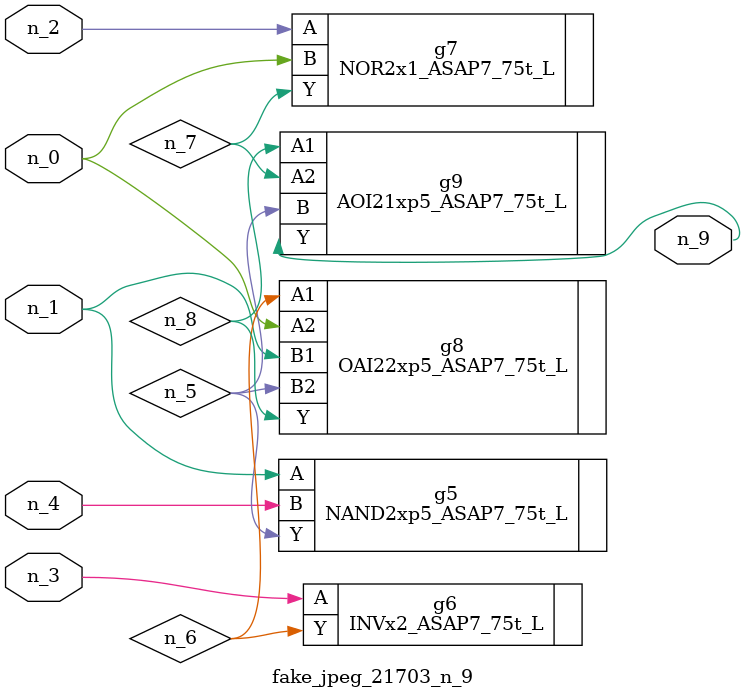
<source format=v>
module fake_jpeg_21703_n_9 (n_3, n_2, n_1, n_0, n_4, n_9);

input n_3;
input n_2;
input n_1;
input n_0;
input n_4;

output n_9;

wire n_8;
wire n_6;
wire n_5;
wire n_7;

NAND2xp5_ASAP7_75t_L g5 ( 
.A(n_1),
.B(n_4),
.Y(n_5)
);

INVx2_ASAP7_75t_L g6 ( 
.A(n_3),
.Y(n_6)
);

NOR2x1_ASAP7_75t_L g7 ( 
.A(n_2),
.B(n_0),
.Y(n_7)
);

OAI22xp5_ASAP7_75t_L g8 ( 
.A1(n_6),
.A2(n_0),
.B1(n_1),
.B2(n_5),
.Y(n_8)
);

AOI21xp5_ASAP7_75t_L g9 ( 
.A1(n_8),
.A2(n_7),
.B(n_5),
.Y(n_9)
);


endmodule
</source>
